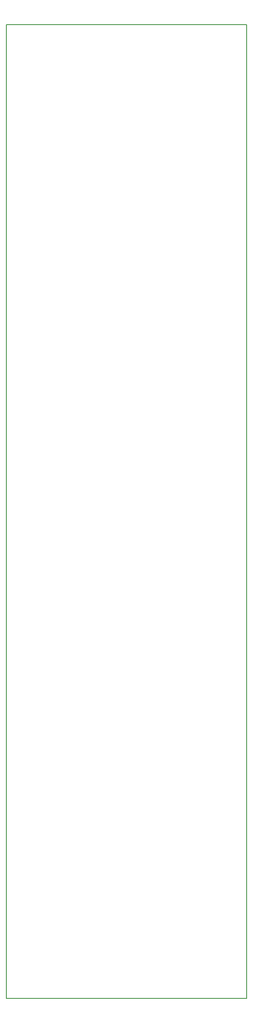
<source format=gbr>
G04 EasyPC Gerber Version 21.0.3 Build 4286 *
%FSLAX35Y35*%
%MOIN*%
%ADD15C,0.00500*%
X0Y0D02*
D02*
D15*
X250Y250D02*
X189000D01*
Y765250*
X250*
Y250*
X0Y0D02*
M02*

</source>
